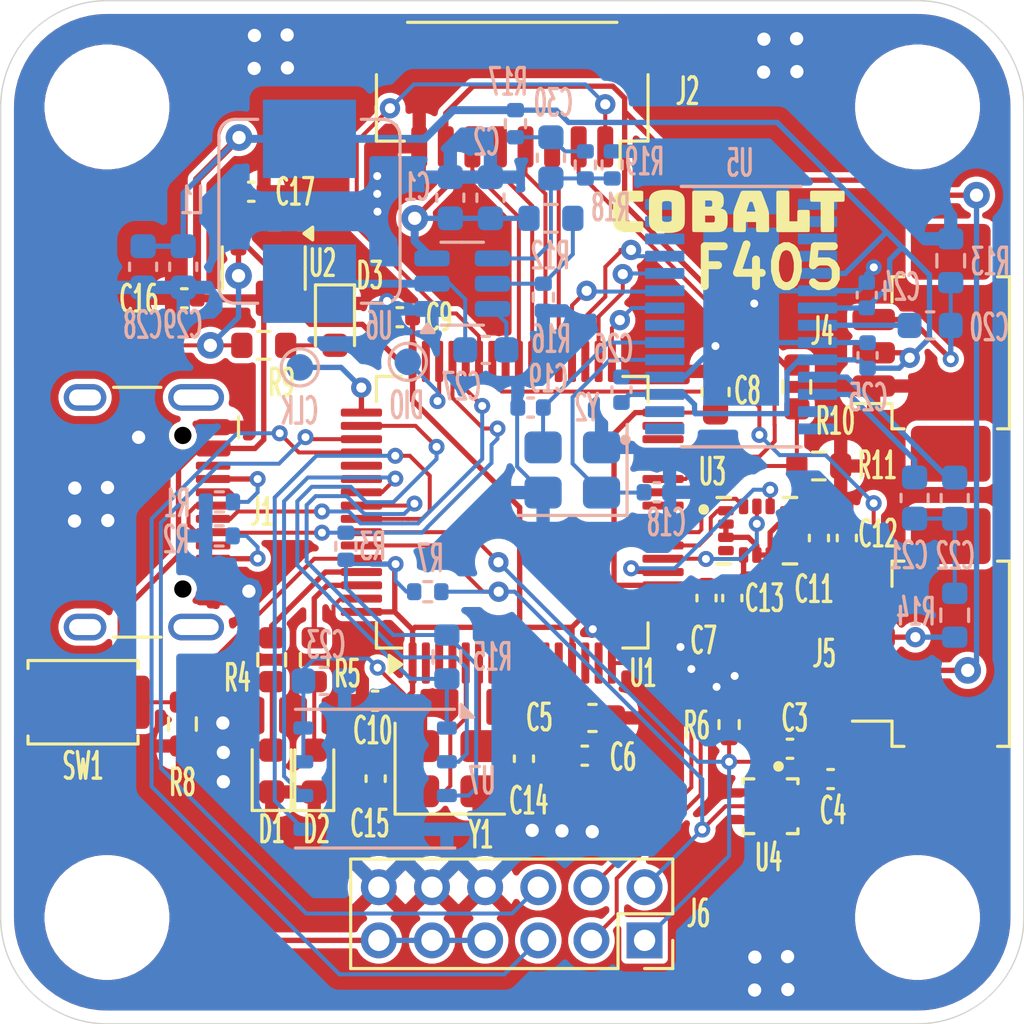
<source format=kicad_pcb>
(kicad_pcb (version 20241229) (generator "pcbnew") (generator_version "9.0")
  (layers (0 "F.Cu" signal) (2 "B.Cu" signal) (13 "F.Paste" user) (15 "B.Paste" user) (5 "F.SilkS" user "F.Silkscreen") (7 "B.SilkS" user "B.Silkscreen") (1 "F.Mask" user) (3 "B.Mask" user) (25 "Edge.Cuts" user))
  (net 0 "")
  (net 1 "+BATT")
  (net 2 "GND")
  (net 3 "+5V")
  (net 4 "+3.3V")
  (net 5 "OSC_OUT")
  (net 6 "OSC_IN")
  (net 7 "CLKIN")
  (net 8 "XFB")
  (net 9 "AV_IN")
  (net 10 "Net-(U5-VIN)")
  (net 11 "Net-(U5-VOUT)")
  (net 12 "Net-(C21-Pad2)")
  (net 13 "Net-(U5-SAG)")
  (net 14 "Net-(D1-A)")
  (net 15 "Net-(D2-A)")
  (net 16 "Net-(D3-A)")
  (net 18 "D-")
  (net 19 "D+")
  (net 20 "Net-(J1-CC1)")
  (net 23 "Net-(J1-CC2)")
  (net 24 "ESC_S1")
  (net 25 "ADC_IN9")
  (net 26 "ESC_S2")
  (net 27 "ESC_TLM")
  (net 28 "ESC_S3")
  (net 29 "ESC_S4")
  (net 30 "I2C1_SCL")
  (net 33 "I2C1_SDA")
  (net 34 "T3")
  (net 37 "R3")
  (net 38 "AV_OUT")
  (net 39 "T1")
  (net 40 "R2")
  (net 41 "T2")
  (net 42 "SWCLK")
  (net 43 "SWDIO")
  (net 44 "LED1")
  (net 45 "LED2")
  (net 46 "BOOT")
  (net 47 "ADC_IN8")
  (net 48 "FLASH_CSN")
  (net 52 "SPI2_SCK")
  (net 56 "SPI3_MISO")
  (net 57 "SPI3_MOSI")
  (net 61 "SPI3_SCK")
  (net 63 "SPI1_MOSI")
  (net 64 "SPI2_MOSI")
  (net 67 "SPI2_MISO")
  (net 69 "SPI1_MISO")
  (net 71 "ICM_CS")
  (net 72 "OSD_CSN")
  (net 75 "SPI1_SCK")
  (net 86 "Net-(U6-BOOT)")
  (net 87 "Net-(U6-SW)")
  (net 88 "Net-(U6-FB)")
  (net 89 "Net-(C30-Pad2)")
  (net 90 "Net-(U6-EN)")
  (footprint "Capacitor_SMD:C_0402_1005Metric" (layer "F.Cu") (at 87.98 64.41)
    (property "Reference" "C6")
    (property "Value" "100nF" (hide yes))
  )
  (footprint "Capacitor_SMD:C_0402_1005Metric" (layer "F.Cu") (at 80.11 65.275 90)
    (property "Reference" "C15")
    (property "Value" "10pF" (hide yes))
  )
  (footprint "LED_SMD:LED_0603_1608Metric" (layer "F.Cu") (at 77.8 64.99 90)
    (property "Reference" "D2")
    (property "Value" "GRE" (hide yes))
  )
  (footprint "Resistor_SMD:R_0603_1608Metric" (layer "F.Cu") (at 72.84 63.22 -90)
    (property "Reference" "R8")
    (property "Value" "10k" (hide yes))
  )
  (footprint "Capacitor_SMD:C_0603_1608Metric" (layer "F.Cu") (at 88.27 62.99)
    (property "Reference" "C5")
    (property "Value" "10uF" (hide yes))
  )
  (footprint "Custom:PQFN50P200X200X80-10N" (layer "F.Cu") (at 94.97 66.3125 -90)
    (property "Reference" "U4")
    (property "Value" "BMP388" (hide yes))
  )
  (footprint "Package_TO_SOT_SMD:SOT-23-3" (layer "F.Cu") (at 75.9 46.0625 -90)
    (property "Reference" "U2")
    (property "Value" "XC6206P332MR" (hide yes))
  )
  (footprint "Resistor_SMD:R_0603_1608Metric" (layer "F.Cu") (at 95.96 50.535 -90)
    (property "Reference" "R10")
    (property "Value" "20k" (hide yes))
  )
  (footprint "Button_Switch_SMD:SW_Push_SPST_NO_Alps_SKRK" (layer "F.Cu") (at 69.1 62.4 180)
    (property "Reference" "SW1")
    (property "Value" "BOOT" (hide yes))
  )
  (footprint "Connector_JST:JST_SH_SM08B-SRSS-TB_1x08-1MP_P1.00mm_Horizontal" (layer "F.Cu") (at 85.25 39.5 180)
    (property "Reference" "J2")
    (property "Value" "ESC" (hide yes))
  )
  (footprint "Capacitor_SMD:C_0402_1005Metric" (layer "F.Cu") (at 80.09 62.34 180)
    (property "Reference" "C10")
    (property "Value" "100nF" (hide yes))
  )
  (footprint "Capacitor_SMD:C_0402_1005Metric" (layer "F.Cu") (at 93.53 58.48 -90)
    (property "Reference" "C13")
    (property "Value" "10nF" (hide yes))
  )
  (footprint "Capacitor_SMD:C_0402_1005Metric" (layer "F.Cu") (at 92.56 58.48 -90)
    (property "Reference" "C7")
    (property "Value" "100nF" (hide yes))
  )
  (footprint "MountingHole:MountingHole_4.3mm_M4_ISO14580" (layer "F.Cu") (at 100.5 70.5)
    (property "Reference" "H4" (hide yes))
    (property "Value" "MountingHole" (hide yes))
  )
  (footprint "Resistor_SMD:R_0603_1608Metric" (layer "F.Cu") (at 77.8 60.8 -90)
    (property "Reference" "R5")
    (property "Value" "1k" (hide yes))
  )
  (footprint "Capacitor_SMD:C_0402_1005Metric" (layer "F.Cu") (at 81.02 47.91 180)
    (property "Reference" "C9")
    (property "Value" "100nF" (hide yes))
  )
  (footprint "MountingHole:MountingHole_4.3mm_M4_ISO14580" (layer "F.Cu") (at 100.5 40)
    (property "Reference" "H2" (hide yes))
    (property "Value" "MountingHole" (hide yes))
  )
  (footprint "Capacitor_SMD:C_0402_1005Metric" (layer "F.Cu") (at 97.23 65.29)
    (property "Reference" "C4")
    (property "Value" "100nF" (hide yes))
  )
  (footprint "Custom:cobalt_logo" (layer "F.Cu") (at 93.410821 43.915394)
    (property "Reference" "G***" (hide yes))
    (property "Value" "LOGO" (hide yes))
  )
  (footprint "Resistor_SMD:R_0603_1608Metric" (layer "F.Cu") (at 76.2 60.8 90)
    (property "Reference" "R4")
    (property "Value" "1k" (hide yes))
  )
  (footprint "MountingHole:MountingHole_4.3mm_M4_ISO14580" (layer "F.Cu") (at 70 70.5)
    (property "Reference" "H3" (hide yes))
    (property "Value" "MountingHole" (hide yes))
  )
  (footprint "Capacitor_SMD:C_0402_1005Metric" (layer "F.Cu") (at 95.7 64.15)
    (property "Reference" "C3")
    (property "Value" "100nF" (hide yes))
  )
  (footprint "Capacitor_SMD:C_0402_1005Metric" (layer "F.Cu") (at 85.69 64.525 -90)
    (property "Reference" "C14")
    (property "Value" "10pF" (hide yes))
  )
  (footprint "Resistor_SMD:R_0603_1608Metric" (layer "F.Cu") (at 75.9 48.97 180)
    (property "Reference" "R9")
    (property "Value" "1k" (hide yes))
  )
  (footprint "Crystal:Crystal_SMD_3225-4Pin_3.2x2.5mm" (layer "F.Cu") (at 82.9 64.9)
    (property "Reference" "Y1")
    (property "Value" "8MHz" (hide yes))
  )
  (footprint "LED_SMD:LED_0603_1608Metric" (layer "F.Cu") (at 76.2 64.9875 90)
    (property "Reference" "D1")
    (property "Value" "BLU" (hide yes))
  )
  (footprint "Capacitor_SMD:C_0402_1005Metric" (layer "F.Cu") (at 75.43 43.19)
    (property "Reference" "C17")
    (property "Value" "1uF" (hide yes))
  )
  (footprint "Connector_Molex:Molex_PicoBlade_53261-0471_1x04-1MP_P1.25mm_Horizontal" (layer "F.Cu") (at 101.25 60.575 90)
    (property "Reference" "J5")
    (property "Value" "VTX" (hide yes))
  )
  (footprint "Connector_Molex:Molex_PicoBlade_53261-0371_1x03-1MP_P1.25mm_Horizontal" (layer "F.Cu") (at 101.25 49.25 90)
    (property "Reference" "J4")
    (property "Value" "CAM" (hide yes))
  )
  (footprint "Capacitor_SMD:C_0402_1005Metric" (layer "F.Cu") (at 96.79 56.22 90)
    (property "Reference" "C11")
    (property "Value" "2.2uF" (hide yes))
  )
  (footprint "Capacitor_SMD:C_0402_1005Metric" (layer "F.Cu") (at 72.91 47.2 180)
    (property "Reference" "C16")
    (property "Value" "1uF" (hide yes))
  )
  (footprint "Resistor_SMD:R_0402_1005Metric" (layer "F.Cu") (at 93.41 63.24 -90)
    (property "Reference" "R6")
    (property "Value" "5.1k" (hide yes))
  )
  (footprint "Connector_USB:USB_C_Receptacle_HCTL_HC-TYPE-C-16P-01A" (layer "F.Cu") (at 70.25 55.25 -90)
    (property "Reference" "J1")
    (property "Value" "USB_C_Receptacle_USB2.0_16P" (hide yes))
  )
  (footprint "Resistor_SMD:R_0603_1608Metric" (layer "F.Cu") (at 96.785 53.51)
    (property "Reference" "R11")
    (property "Value" "1k" (hide yes))
  )
  (footprint "Custom:PQFN50P300X250X97-14N" (layer "F.Cu") (at 94.455 55.945)
    (property "Reference" "U3")
    (property "Value" "ICM-42688-P" (hide yes))
  )
  (footprint "MountingHole:MountingHole_4.3mm_M4_ISO14580" (layer "F.Cu") (at 70 40)
    (property "Reference" "H1" (hide yes))
    (property "Value" "MountingHole" (hide yes))
  )
  (footprint "Connector_PinSocket_2.00mm:PinSocket_2x06_P2.00mm_Vertical" (layer "F.Cu") (at 90.23 71.36 -90)
    (property "Reference" "J6")
    (property "Value" "CON" (hide yes))
  )
  (footprint "Capacitor_SMD:C_0402_1005Metric" (layer "F.Cu") (at 97.84 56.22 90)
    (property "Reference" "C12")
    (property "Value" "100nF" (hide yes))
  )
  (footprint "LED_SMD:LED_0603_1608Metric" (layer "F.Cu") (at 78.58 48.18 -90)
    (property "Reference" "D3")
    (property "Value" "YEL" (hide yes))
  )
  (footprint "Package_QFP:LQFP-64_10x10mm_P0.5mm" (layer "F.Cu") (at 85.25 55.25 90)
    (property "Reference" "U1")
    (property "Value" "STM32F405RGTx" (hide yes))
  )
  (footprint "Capacitor_SMD:C_0603_1608Metric" (layer "F.Cu") (at 92.9 50.725 90)
    (property "Reference" "C8")
    (property "Value" "100nF" (hide yes))
  )
  (footprint "Capacitor_SMD:C_0402_1005Metric" (layer "B.Cu") (at 98.59 47.08 90)
    (property "Reference" "C24")
    (property "Value" "100nF" (hide yes))
  )
  (footprint "Resistor_SMD:R_0402_1005Metric" (layer "B.Cu") (at 85.37 40.63 90)
    (property "Reference" "R17")
    (property "Value" "49.9R" (hide yes))
  )
  (footprint "Crystal:Crystal_SMD_3225-4Pin_3.2x2.5mm" (layer "B.Cu") (at 87.51 53.66 180)
    (property "Reference" "Y2")
    (property "Value" "27Mhz" (hide yes))
  )
  (footprint "Capacitor_SMD:C_0603_1608Metric" (layer "B.Cu") (at 72.87 46.015 -90)
    (property "Reference" "C29")
    (property "Value" "22uF" (hide yes))
  )
  (footprint "Resistor_SMD:R_0402_1005Metric" (layer "B.Cu") (at 89.01 42.18 -90)
    (property "Reference" "R19")
    (property "Value" "13.3k" (hide yes))
  )
  (footprint "Capacitor_SMD:C_0402_1005Metric" (layer "B.Cu") (at 98.62 49.35 90)
    (property "Reference" "C25")
    (property "Value" "100nF" (hide yes))
  )
  (footprint "Capacitor_SMD:C_0603_1608Metric" (layer "B.Cu") (at 71.36 46.015 -90)
    (property "Reference" "C28")
    (property "Value" "22uF" (hide yes))
  )
  (footprint "Resistor_SMD:R_0402_1005Metric" (layer "B.Cu") (at 74.23 54.86 180)
    (property "Reference" "R1")
    (property "Value" "5.1k" (hide yes))
  )
  (footprint "Inductor_SMD:L_Bourns_SRP7028A_7.3x6.6mm" (layer "B.Cu") (at 77.62 43.925 -90)
    (property "Reference" "L1")
    (property "Value" "15uH" (hide yes))
  )
  (footprint "Capacitor_SMD:C_0402_1005Metric" (layer "B.Cu") (at 89.36 50.64 90)
    (property "Reference" "C26")
    (property "Value" "100nF" (hide yes))
  )
  (footprint "Resistor_SMD:R_0402_1005Metric" (layer "B.Cu") (at 82.07 58.24)
    (property "Reference" "R7")
    (property "Value" "5.1k" (hide yes))
  )
  (footprint "Capacitor_SMD:C_0603_1608Metric" (layer "B.Cu") (at 82.92 43.415 90)
    (property "Reference" "C1")
    (property "Value" "10uF" (hide yes))
  )
  (footprint "Custom:SOP65P637X110-28N" (layer "B.Cu") (at 93.8625 47.89)
    (property "Reference" "U5")
    (property "Value" "AT7456E" (hide yes))
  )
  (footprint "TestPoint:TestPoint_Pad_D1.0mm" (layer "B.Cu") (at 81.32 49.59 180)
    (property "Reference" "DIO")
    (property "Value" "SWDIO" (hide yes))
  )
  (footprint "Capacitor_SMD:C_0603_1608Metric" (layer "B.Cu") (at 101.9 54.72 -90)
    (property "Reference" "C22")
    (property "Value" "22uF" (hide yes))
  )
  (footprint "Capacitor_SMD:C_0402_1005Metric" (layer "B.Cu") (at 85.94 51.31 180)
    (property "Reference" "C19")
    (property "Value" "10pF" (hide yes))
  )
  (footprint "Resistor_SMD:R_0603_1608Metric" (layer "B.Cu") (at 101.75 45.785 90)
    (property "Reference" "R13")
    (property "Value" "75R" (hide yes))
  )
  (footprint "Resistor_SMD:R_0603_1608Metric" (layer "B.Cu") (at 101.9 59.125 -90)
    (property "Reference" "R14")
    (property "Value" "75R" (hide yes))
  )
  (footprint "Resistor_SMD:R_0402_1005Metric" (layer "B.Cu") (at 86.42 47.16 -90)
    (property "Reference" "R16")
    (property "Value" "105k" (hide yes))
  )
  (footprint "Package_TO_SOT_SMD:SOT-23-6" (layer "B.Cu") (at 83.3675 46.65)
    (property "Reference" "U6")
    (property "Value" "TPS54202DDC" (hide yes))
  )
  (footprint "Capacitor_SMD:C_0402_1005Metric" (layer "B.Cu") (at 90.69 54.5)
    (property "Reference" "C18")
    (property "Value" "10pF" (hide yes))
  )
  (footprint "Capacitor_SMD:C_0603_1608Metric" (layer "B.Cu") (at 100.975 48.22)
    (property "Reference" "C20")
    (property "Value" "100nF" (hide yes))
  )
  (footprint "Capacitor_SMD:C_0603_1608Metric" (layer "B.Cu") (at 84.255 49.14)
    (property "Reference" "C27")
    (property "Value" "100nF" (hide yes))
  )
  (footprint "Resistor_SMD:R_0603_1608Metric" (layer "B.Cu") (at 82.79 60.695 -90)
    (property "Reference" "R15")
    (property "Value" "10k" (hide yes))
  )
  (footprint "Resistor_SMD:R_0402_1005Metric" (layer "B.Cu") (at 74.22 56.14)
    (property "Reference" "R2")
    (property "Value" "5.1k" (hide yes))
  )
  (footprint "Capacitor_SMD:C_0603_1608Metric" (layer "B.Cu") (at 84.43 43.415 90)
    (property "Reference" "C2")
    (property "Value" "100nF" (hide yes))
  )
  (footprint "Capacitor_SMD:C_0603_1608Metric" (layer "B.Cu") (at 78.165 61.6)
    (property "Reference" "C23")
    (property "Value" "100nF" (hide yes))
  )
  (footprint "Resistor_SMD:R_0402_1005Metric" (layer "B.Cu") (at 88 42.18 90)
    (property "Reference" "R18")
    (property "Value" "100k" (hide yes))
  )
  (footprint "Capacitor_SMD:C_0603_1608Metric" (layer "B.Cu") (at 86.705 41.915 90)
    (property "Reference" "C30")
    (property "Value" "75pF" (hide yes))
  )
  (footprint "TestPoint:TestPoint_Pad_D1.0mm" (layer "B.Cu") (at 77.26 49.8 180)
    (property "Reference" "CLK")
    (property "Value" "SWCLK" (hide yes))
  )
  (footprint "Resistor_SMD:R_0402_1005Metric" (layer "B.Cu") (at 78.99 56.53 -90)
    (property "Reference" "R3")
    (property "Value" "1.5k" (hide yes))
  )
  (footprint "Resistor_SMD:R_0603_1608Metric" (layer "B.Cu") (at 86.705 44.19)
    (property "Reference" "R12")
    (property "Value" "511k" (hide yes))
  )
  (footprint "Package_SON:WSON-8-1EP_6x5mm_P1.27mm_EP3.4x4.3mm" (layer "B.Cu") (at 80.09 65.275 180)
    (property "Reference" "U7")
    (property "Value" "W25Q128JVP" (hide yes))
  )
  (footprint "Capacitor_SMD:C_0603_1608Metric" (layer "B.Cu") (at 100.39 54.715 -90)
    (property "Reference" "C21")
    (property "Value" "22uF" (hide yes))
  )
  (gr_line (start 70 74.5) (end 100.5 74.5) (stroke (width 0.05)) (layer "Edge.Cuts"))
  (gr_arc (start 104.5 70.5) (mid 103.328427 73.328427) (end 100.5 74.5) (stroke (width 0.05)) (layer "Edge.Cuts"))
  (gr_arc (start 70 74.5) (mid 67.171573 73.328427) (end 66 70.5) (stroke (width 0.05)) (layer "Edge.Cuts"))
  (gr_arc (start 66 40) (mid 67.171573 37.171573) (end 70 36) (stroke (width 0.05)) (layer "Edge.Cuts"))
  (gr_line (start 100.5 36) (end 70 36) (stroke (width 0.05)) (layer "Edge.Cuts"))
  (gr_arc (start 100.5 36) (mid 103.328427 37.171573) (end 104.5 40) (stroke (width 0.05)) (layer "Edge.Cuts"))
  (gr_line (start 104.5 70.5) (end 104.5 40) (stroke (width 0.05)) (layer "Edge.Cuts"))
  (gr_line (start 66 40) (end 66 70.5) (stroke (width 0.05)) (layer "Edge.Cuts"))
  (gr_text "F405" (at 91.94 46.94 0) (layer "F.SilkS") (effects (font (size 1.5 1.5) (thickness 0.3) (bold yes)) (justify left bottom)))
  (segment (start 95.512828 49.71) (end 95.96 49.71) (width 0.2) (layer "F.Cu") (net 1))
  (segment (start 89.48 39.665506) (end 89.032494 39.218) (width 0.2) (layer "F.Cu") (net 1))
  (segment (start 102.72 43.32) (end 99.44 43.32) (width 0.2) (layer "F.Cu") (net 1))
  (segment (start 89.48 40.17) (end 89.48 39.665506) (width 0.2) (layer "F.Cu") (net 1))
  (segment (start 83.772 39.218) (end 82.75 40.24) (width 0.2) (layer "F.Cu") (net 1))
  (segment (start 82.75 41.5) (end 82.75 43.02) (width 0.2) (layer "F.Cu") (net 1))
  (segment (start 81.59 44.2) (end 81.58 44.19) (width 0.3) (layer "F.Cu") (net 1))
  (segment (start 98.875 42.755) (end 92.065 42.755) (width 0.2) (layer "F.Cu") (net 1))
  (segment (start 99.44 43.32) (end 98.875 42.755) (width 0.2) (layer "F.Cu") (net 1))
  (segment (start 102.39 61.2) (end 98.85 61.2) (width 0.2) (layer "F.Cu") (net 1))
  (segment (start 89.032494 39.218) (end 83.772 39.218) (width 0.2) (layer "F.Cu") (net 1))
  (segment (start 82.75 43.02) (end 81.58 44.19) (width 0.2) (layer "F.Cu") (net 1))
  (segment (start 89.48 40.17) (end 89.48 43.677172) (width 0.2) (layer "F.Cu") (net 1))
  (segment (start 92.065 42.755) (end 89.48 40.17) (width 0.2) (layer "F.Cu") (net 1))
  (segment (start 82.75 40.24) (end 82.75 41.5) (width 0.2) (layer "F.Cu") (net 1))
  (segment (start 89.48 43.677172) (end 95.512828 49.71) (width 0.2) (layer "F.Cu") (net 1))
  (via (at 102.72 43.32) (size 1) (drill 0.5) (layers "F.Cu" "B.Cu") (net 1))
  (via (at 81.58 44.19) (size 1) (drill 0.5) (layers "F.Cu" "B.Cu") (net 1))
  (via (at 102.39 61.2) (size 1) (drill 0.5) (layers "F.Cu" "B.Cu") (net 1))
  (segment (start 82.92 44.19) (end 81.58 44.19) (width 0.2) (layer "B.Cu") (net 1))
  (segment (start 81.58 44.19) (end 81.58 45.05) (width 0.3) (layer "B.Cu") (net 1))
  (segment (start 102.72 60.87) (end 102.72 43.32) (width 0.2) (layer "B.Cu") (net 1))
  (segment (start 102.39 61.2) (end 102.72 60.87) (width 0.2) (layer "B.Cu") (net 1))
  (segment (start 84.43 44.19) (end 82.92 44.19) (width 0.2) (layer "B.Cu") (net 1))
  (segment (start 84.43 44.19) (end 85.88 44.19) (width 0.2) (layer "B.Cu") (net 1))
  (segment (start 81.58 45.05) (end 82.23 45.7) (width 0.3) (layer "B.Cu") (net 1))
  (segment (start 102.72 43.32) (end 102.99 43.59) (width 0.2) (layer "B.Cu") (net 1))
  (segment (start 78.524 58.777532) (end 78.524 59.545292) (width 0.15) (layer "F.Cu") (net 2))
  (segment (start 94.455 56.513152) (end 94.455 56.86) (width 0.2) (layer "F.Cu") (net 2))
  (segment (start 95.273152 55.695) (end 95.62 55.695) (width 0.2) (layer "F.Cu") (net 2))
  (segment (start 78.524 59.545292) (end 79.61 60.631292) (width 0.15) (layer "F.Cu") (net 2))
  (segment (start 96.23 55.74) (end 96.185 55.695) (width 0.15) (layer "F.Cu") (net 2))
  (segment (start 95.62 55.695) (end 95.62 55.195) (width 0.2) (layer "F.Cu") (net 2))
  (segment (start 78.801532 58.5) (end 78.524 58.777532) (width 0.15) (layer "F.Cu") (net 2))
  (segment (start 96.79 55.74) (end 96.23 55.74) (width 0.15) (layer "F.Cu") (net 2))
  (segment (start 79.575 58.5) (end 78.801532 58.5) (width 0.15) (layer "F.Cu") (net 2))
  (segment (start 94.136848 56.195) (end 94.455 56.513152) (width 0.2) (layer "F.Cu") (net 2))
  (segment (start 79.61 60.631292) (end 79.61 62.34) (width 0.15) (layer "F.Cu") (net 2))
  (segment (start 96.185 55.695) (end 95.62 55.695) (width 0.15) (layer "F.Cu") (net 2))
  (segment (start 94.455 56.86) (end 94.955 56.86) (width 0.2) (layer "F.Cu") (net 2))
  (segment (start 80.54 47.91) (end 80.54 47.3) (width 0.2) (layer "F.Cu") (net 2))
  (segment (start 92.1 58.5) (end 92.56 58.96) (width 0.15) (layer "F.Cu") (net 2))
  (segment (start 90.925 58.5) (end 92.1 58.5) (width 0.15) (layer "F.Cu") (net 2))
  (segment (start 93.29 56.195) (end 94.136848 56.195) (width 0.2) (layer "F.Cu") (net 2))
  (segment (start 94.955 56.013152) (end 95.273152 55.695) (width 0.2) (layer "F.Cu") (net 2))
  (segment (start 94.955 56.86) (end 94.955 56.013152) (width 0.2) (layer "F.Cu") (net 2))
  (segment (start 93.29 55.695) (end 93.29 56.195) (width 0.2) (layer "F.Cu") (net 2))
  (via (at 88.28 59.65) (size 0.6) (drill 0.3) (layers "F.Cu" "B.Cu") (net 2))
  (via (at 94.72 37.45) (size 1) (drill 0.5) (layers "F.Cu" "B.Cu") (net 2))
  (via (at 95.96 38.67) (size 1) (drill 0.5) (layers "F.Cu" "B.Cu") (net 2))
  (via (at 94.37 73.23) (size 1) (drill 0.5) (layers "F.Cu" "B.Cu") (net 2))
  (via (at 94.35625 47.39625) (size 0.6) (drill 0.3) (layers "F.Cu" "B.Cu") (net 2))
  (via (at 91.99 61.15) (size 0.6) (drill 0.3) (layers "F.Cu" "B.Cu") (net 2))
  (via (at 80.17 42.6) (size 0.6) (drill 0.3) (layers "F.Cu" "B.Cu") (net 2))
  (via (at 92.94 61.82) (size 0.6) (drill 0.3) (layers "F.Cu" "B.Cu") (net 2))
  (via (at 87.12 67.24) (size 1) (drill 0.5) (layers "F.Cu" "B.Cu") (net 2))
  (via (at 70.02 54.32) (size 1) (drill 0.5) (layers "F.Cu" "B.Cu") (net 2))
  (via (at 75.54 38.55) (size 1) (drill 0.5) (layers "F.Cu" "B.Cu") (net 2))
  (via (at 94.38 71.99) (size 1) (drill 0.5) (layers "F.Cu" "B.Cu") (net 2))
  (via (at 86 67.22) (size 1) (drill 0.5) (layers "F.Cu" "B.Cu") (net 2))
  (via (at 98.854 46.034527) (size 0.6) (drill 0.3) (layers "F.Cu" "B.Cu") (net 2))
  (via (at 76.79 38.53) (size 1) (drill 0.5) (layers "F.Cu" "B.Cu") (net 2))
  (via (at 95.62 73.21) (size 1) (drill 0.5) (layers "F.Cu" "B.Cu") (net 2))
  (via (at 74.36 63.18) (size 1) (drill 0.5) (layers "F.Cu" "B.Cu") (net 2))
  (via (at 94.71 38.69) (size 1) (drill 0.5) (layers "F.Cu" "B.Cu") (net 2))
  (via (at 80.18 43.94) (size 0.6) (drill 0.3) (layers "F.Cu" "B.Cu") (net 2))
  (via (at 80.17 43.27) (size 0.6) (drill 0.3) (layers "F.Cu" "B.Cu") (net 2))
  (via (at 71.19 52.43) (size 1) (drill 0.5) (layers "F.Cu" "B.Cu") (net 2))
  (via (at 95.95 37.43) (size 1) (drill 0.5) (layers "F.Cu" "B.Cu") (net 2))
  (via (at 68.78 55.58) (size 1) (drill 0.5) (layers "F.Cu" "B.Cu") (net 2))
  (via (at 75.55 37.31) (size 1) (drill 0.5) (layers "F.Cu" "B.Cu") (net 2))
  (via (at 95.61 71.97) (size 1) (drill 0.5) (layers "F.Cu" "B.Cu") (net 2))
  (via (at 76.78 37.29) (size 1) (drill 0.5) (layers "F.Cu" "B.Cu") (net 2))
  (via (at 80.54 47.3) (size 0.6) (drill 0.3) (layers "F.Cu" "B.Cu") (net 2))
  (via (at 93.62 61.41) (size 0.6) (drill 0.3) (layers "F.Cu" "B.Cu") (net 2))
  (via (at 74.38 64.29) (size 1) (drill 0.5) (layers "F.Cu" "B.Cu") (net 2))
  (via (at 68.79 54.34) (size 1) (drill 0.5) (layers "F.Cu" "B.Cu") (net 2))
  (via (at 75.34 58.22) (size 1) (drill 0.5) (layers "F.Cu" "B.Cu") (net 2))
  (via (at 88.26 67.27) (size 1) (drill 0.5) (layers "F.Cu" "B.Cu") (net 2))
  (via (at 70.03 55.56) (size 1) (drill 0.5) (layers "F.Cu" "B.Cu") (net 2))
  (via (at 92.89625 48.99625) (size 0.6) (drill 0.3) (layers "F.Cu" "B.Cu") (net 2))
  (via (at 74.38 65.39) (size 1) (drill 0.5) (layers "F.Cu" "B.Cu") (net 2))
  (via (at 91.58 60.32) (size 0.6) (drill 0.3) (layers "F.Cu" "B.Cu") (net 2))
  (segment (start 91.727499 50.165) (end 92.89625 48.99625) (width 0.2) (layer "B.Cu") (net 2))
  (segment (start 90.9875 50.165) (end 91.727499 50.165) (width 0.2) (layer "B.Cu") (net 2))
  (segment (start 98.59 46.298527) (end 98.854 46.034527) (width 0.2) (layer "B.Cu") (net 2))
  (segment (start 96.7375 46.915) (end 98.275 46.915) (width 0.2) (layer "B.Cu") (net 2))
  (segment (start 85.46 51.31) (end 85.434 51.336) (width 0.15) (layer "B.Cu") (net 2))
  (segment (start 96.7375 46.915) (end 94.8375 46.915) (width 0.2) (layer "B.Cu") (net 2))
  (segment (start 80.84 47.6) (end 80.54 47.3) (width 0.2) (layer "B.Cu") (net 2))
  (segment (start 89.36 50.16) (end 90.9825 50.16) (width 0.2) (layer "B.Cu") (net 2))
  (segment (start 94.35625 47.39625) (end 93.8625 47.89) (width 0.2) (layer "B.Cu") (net 2))
  (segment (start 82.23 47.6) (end 80.84 47.6) (width 0.2) (layer "B.Cu") (net 2))
  (segment (start 90.9825 50.16) (end 90.9875 50.165) (width 0.2) (layer "B.Cu") (net 2))
  (segment (start 94.8375 48.865) (end 93.8625 47.89) (width 0.2) (layer "B.Cu") (net 2))
  (segment (start 96.7375 48.865) (end 98.615 48.865) (width 0.2) (layer "B.Cu") (net 2))
  (segment (start 94.8375 46.915) (end 94.35625 47.39625) (width 0.2) (layer "B.Cu") (net 2))
  (segment (start 96.7375 48.865) (end 94.8375 48.865) (width 0.2) (layer "B.Cu") (net 2))
  (segment (start 98.615 48.865) (end 98.62 48.87) (width 0.2) (layer "B.Cu") (net 2))
  (segment (start 92.89625 48.99625) (end 93.8625 48.029999) (width 0.2) (layer "B.Cu") (net 2))
  (segment (start 93.8625 48.029999) (end 93.8625 47.89) (width 0.2) (layer "B.Cu") (net 2))
  (segment (start 98.275 46.915) (end 98.59 46.6) (width 0.2) (layer "B.Cu") (net 2))
  (segment (start 98.59 46.6) (end 98.59 46.298527) (width 0.2) (layer "B.Cu") (net 2))
  (segment (start 85.434 53.534) (end 86.41 54.51) (width 0.15) (layer "B.Cu") (net 2))
  (segment (start 85.434 51.336) (end 85.434 53.534) (width 0.15) (layer "B.Cu") (net 2))
  (segment (start 70.499 59.077) (end 70.499 65.649) (width 0.2) (layer "F.Cu") (net 3))
  (segment (start 74.97 41.15) (end 73.39 42.73) (width 0.3) (layer "F.Cu") (net 3))
  (segment (start 72.693 53.618176) (end 73.461176 52.85) (width 0.2) (layer "F.Cu") (net 3))
  (segment (start 100.02 49.25) (end 100.207555 49.437555) (width 0.2) (layer "F.Cu") (net 3))
  (segment (start 73.995 52.85) (end 75.57 52.85) (width 0.2) (layer "F.Cu") (net 3))
  (segment (start 73.995 57.65) (end 73.46 57.65) (width 0.2) (layer "F.Cu") (net 3))
  (segment (start 72.693 56.883) (end 70.499 59.077) (width 0.2) (layer "F.Cu") (net 3))
  (segment (start 72.693 56.883) (end 72.693 53.618176) (width 0.2) (layer "F.Cu") (net 3))
  (segment (start 73.461176 52.85) (end 73.995 52.85) (width 0.2) (layer "F.Cu") (net 3))
  (segment (start 76.21 71.36) (end 80.23 71.36) (width 0.2) (layer "F.Cu") (net 3))
  (segment (start 73.39 47.2) (end 75.9 47.2) (width 0.3) (layer "F.Cu") (net 3))
  (segment (start 75.9 52.52) (end 75.9 47.2) (width 0.2) (layer "F.Cu") (net 3))
  (segment (start 75.57 52.85) (end 75.9 52.52) (width 0.2) (layer "F.Cu") (net 3))
  (segment (start 70.499 65.649) (end 76.21 71.36) (width 0.2) (layer "F.Cu") (net 3))
  (segment (start 73.39 42.73) (end 73.39 47.2) (width 0.3) (layer "F.Cu") (net 3))
  (segment (start 73.46 57.65) (end 72.693 56.883) (width 0.2) (layer "F.Cu") (net 3))
  (segment (start 98.85 49.25) (end 100.02 49.25) (width 0.2) (layer "F.Cu") (net 3))
  (via (at 74.97 41.15) (size 1) (drill 0.5) (layers "F.Cu" "B.Cu") (net 3))
  (via (at 100.207555 49.437555) (size 0.762) (drill 0.381) (layers "F.Cu" "B.Cu") (net 3))
  (segment (start 96.7375 47.565) (end 98.585 47.565) (width 0.2) (layer "B.Cu") (net 3))
  (segment (start 99.454 45.746) (end 99.917032 45.282968) (width 0.2) (layer "B.Cu") (net 3))
  (segment (start 92.11 51.197501) (end 92.11 51.5145) (width 0.2) (layer "B.Cu") (net 3))
  (segment (start 75.02 41.2) (end 74.97 41.15) (width 0.3) (layer "B.Cu") (net 3))
  (segment (start 72.87 45.24) (end 72.87 43.25) (width 0.2) (layer "B.Cu") (net 3))
  (segment (start 96.7375 49.515) (end 98.305 49.515) (width 0.2) (layer "B.Cu") (net 3))
  (segment (start 95.216064 40.582) (end 87.37211 40.582) (width 0.2) (layer "B.Cu") (net 3))
  (segment (start 98.62 49.83) (end 99.81511 49.83) (width 0.2) (layer "B.Cu") (net 3))
  (segment (start 95.5885 49.971922) (end 96.045422 49.515) (width 0.2) (layer "B.Cu") (net 3))
  (segment (start 100.207555 49.437555) (end 100.951 48.69411) (width 0.2) (layer "B.Cu") (net 3))
  (segment (start 100.951 48.69411) (end 100.951 46.316936) (width 0.2) (layer "B.Cu") (net 3))
  (segment (start 96.045422 49.515) (end 96.7375 49.515) (width 0.2) (layer "B.Cu") (net 3))
  (segment (start 95.5885 51.541) (end 95.5885 49.971922) (width 0.2) (layer "B.Cu") (net 3))
  (segment (start 83.03 40.12) (end 85.37 40.12) (width 0.3) (layer "B.Cu") (net 3))
  (segment (start 100.951 46.316936) (end 99.917032 45.282968) (width 0.2) (layer "B.Cu") (net 3))
  (segment (start 92.11 51.5145) (end 92.1365 51.541) (width 0.2) (layer "B.Cu") (net 3))
  (segment (start 99.917032 45.282968) (end 99.337032 44.702968) (width 0.2) (layer "B.Cu") (net 3))
  (segment (start 91.727499 50.815) (end 92.11 51.197501) (width 0.2) (layer "B.Cu") (net 3))
  (segment (start 71.36 45.24) (end 72.87 45.24) (width 0.2) (layer "B.Cu") (net 3))
  (segment (start 80.23 71.36) (end 82.23 71.36) (width 0.2) (layer "B.Cu") (net 3))
  (segment (start 98.305 49.515) (end 98.62 49.83) (width 0.2) (layer "B.Cu") (net 3))
  (segment (start 72.87 43.25) (end 74.97 41.15) (width 0.2) (layer "B.Cu") (net 3))
  (segment (start 97.775 46.265) (end 99.337032 44.702968) (width 0.2) (layer "B.Cu") (net 3))
  (segment (start 87.37211 40.582) (end 86.91011 40.12) (width 0.2) (layer "B.Cu") (net 3))
  (segment (start 92.1365 51.541) (end 95.5885 51.541) (width 0.2) (layer "B.Cu") (net 3))
  (segment (start 96.7375 46.265) (end 97.775 46.265) (width 0.2) (layer "B.Cu") (net 3))
  (segment (start 99.337032 44.702968) (end 95.216064 40.582) (width 0.2) (layer "B.Cu") (net 3))
  (segment (start 86.91011 40.12) (end 85.37 40.12) (width 0.2) (layer "B.Cu") (net 3))
  (segment (start 89.665 50.815) (end 89.36 51.12) (width 0.2) (layer "B.Cu") (net 3))
  (segment (start 90.9875 50.815) (end 91.727499 50.815) (width 0.2) (layer "B.Cu") (net 3))
  (segment (start 98.585 47.565) (end 98.59 47.56) (width 0.2) (layer "B.Cu") (net 3))
  (segment (start 81.95 41.2) (end 83.03 40.12) (width 0.3) (layer "B.Cu") (net 3))
  (segment (start 99.454 46.696) (end 99.454 45.746) (width 0.2) (layer "B.Cu") (net 3))
  (segment (start 98.59 47.56) (end 99.454 46.696) (width 0.2) (layer "B.Cu") (net 3))
  (segment (start 77.62 41.2) (end 75.02 41.2) (width 0.3) (layer "B.Cu") (net 3))
  (segment (start 77.62 41.2) (end 81.95 41.2) (width 0.3) (layer "B.Cu") (net 3))
  (segment (start 82.23 71.36) (end 84.23 71.36) (width 0.2) (layer "B.Cu") (net 3))
  (segment (start 90.9875 50.815) (end 89.665 50.815) (width 0.2) (layer "B.Cu") (net 3))
  (segment (start 99.81511 49.83) (end 100.207555 49.437555) (width 0.2) (layer "B.Cu") (net 3))
  (segment (start 95.4075 65.8125) (end 94.72 66.5) (width 0.15) (layer "F.Cu") (net 4))
  (segment (start 81.5 60.925) (end 81.5 62.01) (width 0.2) (layer "F.Cu") (net 4))
  (segment (start 96.2275 65.8125) (end 96.75 65.29) (width 0.15) (layer "F.Cu") (net 4))
  (segment (start 95.4075 65.8125) (end 95.735 65.8125) (width 0.15) (layer "F.Cu") (net 4))
  (segment (start 93.955 57.575) (end 93.53 58) (width 0.2) (layer "F.Cu") (net 4))
  (segment (start 73.89 48.97) (end 75.075 48.97) (width 0.15) (layer "F.Cu") (net 4))
  (segment (start 95.22 65.5475) (end 95.22 64.15) (width 0.15) (layer "F.Cu") (net 4))
  (segment (start 80.83 59) (end 80.83 57.23) (width 0.2) (layer "F.Cu") (net 4))
  (segment (start 95.735 65.8125) (end 96.2275 65.8125) (width 0.15) (layer "F.Cu") (net 4))
  (segment (start 89.08 52.3) (end 89.88 51.5) (width 0.2) (layer "F.Cu") (net 4))
  (segment (start 67.916 48.97) (end 67 49.886) (width 0.15) (layer "F.Cu") (net 4))
  (segment (start 81.17 62.34) (end 80.57 62.34) (width 0.2) (layer "F.Cu") (net 4))
  (segment (start 87.495 64.405) (end 87.5 64.41) (width 0.2) (layer "F.Cu") (net 4))
  (segment (start 74.95 44.925) (end 74.95 43.19) (width 0.2) (layer "F.Cu") (net 4))
  (segment (start 80.83 59) (end 81.5 59.67) (width 0.2) (layer "F.Cu") (net 4))
  (segment (start 87.5 59.58) (end 89.08 58) (width 0.2) (layer "F.Cu") (net 4))
  (segment (start 92.56 58) (end 93.53 58) (width 0.2) (layer "F.Cu") (net 4))
  (segment (start 95.4075 65.8125) (end 95.22 65.625) (width 0.15) (layer "F.Cu") (net 4))
  (segment (start 93.41 62.59) (end 94.34 61.66) (width 0.15) (layer "F.Cu") (net 4))
  (segment (start 81.5 59.67) (end 81.5 60.925) (width 0.2) (layer "F.Cu") (net 4))
  (segment (start 94.72 66.5) (end 94.72 67.0775) (width 0.15) (layer "F.Cu") (net 4))
  (segment (start 90.925 51.5) (end 92.9 51.5) (width 0.15) (layer "F.Cu") (net 4))
  (segment (start 87.495 62.99) (end 87.495 64.405) (width 0.2) (layer "F.Cu") (net 4))
  (segment (start 87.5 60.925) (end 87.5 59.58) (width 0.2) (layer "F.Cu") (net 4))
  (segment (start 81.59 59.58) (end 81.5 59.67) (width 0.2) (layer "F.Cu") (net 4))
  (segment (start 96.785 56.695) (end 96.79 56.7) (width 0.15) (layer "F.Cu") (net 4))
  (segment (start 77.11 47.64) (end 77.65 48.18) (width 0.2) (layer "F.Cu") (net 4))
  (segment (start 85.53 59.58) (end 81.59 59.58) (width 0.2) (layer "F.Cu") (net 4))
  (segment (start 95.22 64.15) (end 95.22 62.54) (width 0.15) (layer "F.Cu") (net 4))
  (segment (start 95.62 57.041848) (end 95.62 56.695) (width 0.2) (layer "F.Cu") (net 4))
  (segment (start 74.95 44.925) (end 77.11 47.085) (width 0.2) (layer "F.Cu") (net 4))
  (segment (start 89.08 56.71) (end 89.08 52.3) (width 0.2) (layer "F.Cu") (net 4))
  (segment (start 67 49.886) (end 67 62.4) (width 0.15) (layer "F.Cu") (net 4))
  (segment (start 81.17 62.083174) (end 81.17 62.34) (width 0.15) (layer "F.Cu") (net 4))
  (segment (start 93.955 57.575) (end 95.086848 57.575) (width 0.2) (layer "F.Cu") (net 4))
  (segment (start 80.185 61.098172) (end 80.185 61.098174) (width 0.15) (layer "F.Cu") (net 4))
  (segment (start 97.84 56.7) (end 96.79 56.7) (width 0.15) (layer "F.Cu") (net 4))
  (segment (start 81.5 62.01) (end 81.17 62.34) (width 0.2) (layer "F.Cu") (net 4))
  (segment (start 95.22 62.54) (end 94.34 61.66) (width 0.15) (layer "F.Cu") (net 4))
  (segment (start 93.955 56.86) (end 93.955 57.575) (width 0.2) (layer "F.Cu") (net 4))
  (segment (start 94.34 57.96) (end 93.955 57.575) (width 0.15) (layer "F.Cu") (net 4))
  (segment (start 93.41 62.73) (end 93.41 62.59) (width 0.15) (layer "F.Cu") (net 4))
  (segment (start 80.185 61.098174) (end 81.17 62.083174) (width 0.15) (layer "F.Cu") (net 4))
  (segment (start 89.08 56.71) (end 89.08 58) (width 0.2) (layer "F.Cu") (net 4))
  (segment (start 74.95 44.925) (end 74.95 46.35) (width 0.2) (layer "F.Cu") (net 4))
  (segment (start 81.5 47.91) (end 81.5 49.575) (width 0.2) (layer "F.Cu") (net 4))
  (segment (start 85.53 55.06806) (end 85.53 59.58) (width 0.2) (layer "F.Cu") (net 4))
  (segment (start 81.5 51.03806) (end 85.53 55.06806) (width 0.2) (layer "F.Cu") (net 4))
  (segment (start 95.086848 57.575) (end 95.62 57.041848) (width 0.2) (layer "F.Cu") (net 4))
  (segment (start 77.65 48.18) (end 79.61 48.18) (width 0.2) (layer "F.Cu") (net 4))
  (segment (start 89.88 51.5) (end 90.925 51.5) (width 0.2) (layer "F.Cu") (net 4))
  (segment (start 90.925 58) (end 92.56 58) (width 0.2) (layer "F.Cu") (net 4))
  (segment (start 81.5 49.575) (end 81.5 51.03806) (width 0.2) (layer "F.Cu") (net 4))
  (segment (start 67.916 48.97) (end 73.89 48.97) (width 0.15) (layer "F.Cu") (net 4))
  (segment (start 95.62 56.695) (end 96.785 56.695) (width 0.15) (layer "F.Cu") (net 4))
  (segment (start 95.22 65.625) (end 95.22 65.5475) (width 0.15) (layer "F.Cu") (net 4))
  (segment (start 80.83 57.23) (end 80.86 57.2) (width 0.2) (layer "F.Cu") (net 4))
  (segment (start 89.08 58) (end 90.925 58) (width 0.2) (layer "F.Cu") (net 4))
  (segment (start 79.575 59) (end 80.83 59) (width 0.2) (layer "F.Cu") (net 4))
  (segment (start 79.61 48.18) (end 81.005 49.575) (width 0.2) (layer "F.Cu") (net 4))
  (segment (start 87.5 62.985) (end 87.495 62.99) (width 0.2) (layer "F.Cu") (net 4))
  (segment (start 87.5 60.925) (end 87.5 62.985) (width 0.2) (layer "F.Cu") (net 4))
  (segment (start 77.11 47.085) (end 77.11 47.64) (width 0.2) (layer "F.Cu") (net 4))
  (segment (start 81.005 49.575) (end 81.5 49.575) (width 0.2) (layer "F.Cu") (net 4))
  (segment (start 85.53 59.58) (end 87.5 59.58) (width 0.2) (layer "F.Cu") (net 4))
  (segment (start 94.34 61.66) (end 94.34 57.96) (width 0.15) (layer "F.Cu") (net 4))
  (via (at 80.86 57.2) (size 0.6) (drill 0.3) (layers "F.Cu" "B.Cu") (net 4))
  (via (at 74.95 46.35) (size 1) (drill 0.5) (layers "F.Cu" "B.Cu") (net 4))
  (via (at 73.89 48.97) (size 1) (drill 0.5) (layers "F.Cu" "B.Cu") (net 4))
  (via (at 80.185 61.098172) (size 0.6) (drill 0.3) (layers "F.Cu" "B.Cu") (net 4))
  (segment (start 80.86 57.83) (end 80.86 57.2) (width 0.15) (layer "B.Cu") (net 4))
  (segment (start 74.95 47.91) (end 73.89 48.97) (width 0.2) (layer "B.Cu") (net 4))
  (segment (start 83.61 65.91) (end 82.79 65.91) (width 0.15) (layer "B.Cu") (net 4))
  (segment (start 80.184998 61.098172) (end 79.846826 60.76) (width 0.15) (layer "B.Cu") (net 4))
  (segment (start 81.27 58.24) (end 80.86 57.83) (width 0.15) (layer "B.Cu") (net 4))
  (segment (start 81.56 58.24) (end 81.27 58.24) (width 0.15) (layer "B.Cu") (net 4))
  (segment (start 79.846826 60.76) (end 77.8 60.76) (width 0.15) (layer "B.Cu") (net 4))
  (segment (start 80.86 57.2) (end 79.97 57.2) (width 0.2) (layer "B.Cu") (net 4))
  (segment (start 80.185 61.098172) (end 80.184998 61.098172) (width 0.15) (layer "B.Cu") (net 4))
  (segment (start 83.892 65.628) (end 83.61 65.91) (width 0.15) (layer "B.Cu") (net 4))
  (segment (start 79.15 57.2) (end 79.97 57.2) (width 0.15) (layer "B.Cu") (net 4))
  (segment (start 82.79 59.87) (end 83.892 60.972) (width 0.15) (layer "B.Cu") (net 4))
  (segment (start 78.99 57.04) (end 78.99 58.082194) (width 0.15) (layer "B.Cu") (net 4))
  (segment (start 77.39 64.64) (end 77.39 63.37) (width 0.15) (layer "B.Cu") (net 4))
  (segment (start 80.777806 59.87) (end 82.79 59.87) (width 0.15) (layer "B.Cu") (net 4))
  (segment (start 78.99 58.082194) (end 80.777806 59.87) (width 0.15) (layer "B.Cu") (net 4))
  (segment (start 78.99 57.04) (end 79.15 57.2) (width 0.15) (layer "B.Cu") (net 4))
  (segment (start 77.8 60.76) (end 77.39 61.17) (width 0.15) (layer "B.Cu") (net 4))
  (segment (start 77.39 61.6) (end 77.39 63.37) (width 0.15) (layer "B.Cu") (net 4))
  (segment (start 83.892 60.972) (end 83.892 65.628) (width 0.15) (layer "B.Cu") (net 4))
  (segment (start 74.95 46.35) (end 74.95 47.91) (width 0.2) (layer "B.Cu") (net 4))
  (segment (start 77.39 61.17) (end 77.39 61.6) (width 0.15) (layer "B.Cu") (net 4))
  (segment (start 84 64.05) (end 85.685 64.05) (width 0.15) (layer "F.Cu") (net 5))
  (segment (start 85.685 64.05) (end 85.69 64.045) (width 0.15) (layer "F.Cu") (net 5))
  (segment (start 84 60.925) (end 84 64.05) (width 0.15) (layer "F.Cu") (net 5))
  (segment (start 82.92 63.579196) (end 82.92 65.55) (width 0.15) (layer "F.Cu") (net 6))
  (segment (start 80.11 65.755) (end 81.795 65.755) (width 0.15) (layer "F.Cu") (net 6))
  (segment (start 82.72 65.75) (end 81.8 65.75) (width 0.15) (layer "F.Cu") (net 6))
  (segment (start 81.795 65.755) (end 81.8 65.75) (width 0.15) (layer "F.Cu") (net 6))
  (segment (start 83.5 60.925) (end 83.5 62.999196) (width 0.15) (layer "F.Cu") (net 6))
  (segment (start 82.92 65.55) (end 82.72 65.75) (width 0.15) (layer "F.Cu") (net 6))
  (segment (start 83.5 62.999196) (end 82.92 63.579196) (width 0.15) (layer "F.Cu") (net 6))
  (segment (start 90.2 54.51) (end 90.21 54.5) (width 0.15) (layer "B.Cu") (net 7))
  (segment (start 88.61 54.51) (end 90.2 54.51) (width 0.15) (layer "B.Cu") (net 7))
  (segment (start 88.61 54.51) (end 87.52 53.42) (width 0.15) (layer "B.Cu") (net 7))
  (segment (start 88.925 49.515) (end 90.9875 49.515) (width 0.15) (layer "B.Cu") (net 7))
  (segment (start 87.52 53.42) (end 87.52 50.92) (width 0.15) (layer "B.Cu") (net 7))
  (segment (start 87.52 50.92) (end 88.925 49.515) (width 0.15) (layer "B.Cu") (net 7))
  (segment (start 86.41 51.32) (end 86.42 51.31) (width 0.15) (layer "B.Cu") (net 8))
  (segment (start 86.42 51.31) (end 88.865 48.865) (width 0.15) (layer "B.Cu") (net 8))
  (segment (start 86.41 52.81) (end 86.41 51.32) (width 0.15) (layer "B.Cu") (net 8))
  (segment (start 88.865 48.865) (end 90.9875 48.865) (width 0.15) (layer "B.Cu") (net 8))
  (segment (start 98.85 48) (end 100.26 48) (width 0.2) (layer "F.Cu") (net 9))
  (segment (start 100.26 48) (end 101.75 49.49) (width 0.2) (layer "F.Cu") (net 9))
  (via (at 101.75 49.49) (size 0.6) (drill 0.3) (layers "F.Cu" "B.Cu") (net 9))
  (segment (start 101.75 49.49) (end 101.75 48.22) (width 0.2) (layer "B.Cu") (net 9))
  (segment (start 101.75 46.61) (end 101.75 48.22) (width 0.15) (layer "B.Cu") (net 9))
  (segment (start 96.7375 48.215) (end 100.195 48.215) (width 0.2) (layer "B.Cu") (net 10))
  (segment (start 100.195 48.215) (end 100.2 48.22) (width 0.2) (layer "B.Cu") (net 10))
  (segment (start 97.92301 50.815) (end 100.39 53.28199) (width 0.2) (layer "B.Cu") (net 11))
  (segment (start 100.39 53.28199) (end 100.39 53.94) (width 0.2) (layer "B.Cu") (net 11))
  (segment (start 96.7375 50.815) (end 97.92301 50.815) (width 0.2) (layer "B.Cu") (net 11))
  (segment (start 101.84 55.49) (end 100.39 55.49) (width 0.15) (layer "B.Cu") (net 12))
  (segment (start 101.845 55.495) (end 101.84 55.49) (width 0.15) (layer "B.Cu") (net 12))
  (segment (start 101.9 55.495) (end 101.9 58.3) (width 0.15) (layer "B.Cu") (net 12))
  (segment (start 101.9 55.495) (end 101.845 55.495) (width 0.15) (layer "B.Cu") (net 12))
  (segment (start 96.7375 50.165) (end 97.84011 50.165) (width 0.2) (layer "B.Cu") (net 13))
  (segment (start 97.84011 50.165) (end 101.62011 53.945) (width 0.2) (layer "B.Cu") (net 13))
  (segment (start 101.62011 53.945) (end 101.9 53.945) (width 0.2) (layer "B.Cu") (net 13))
  (segment (start 76.2 61.625) (end 76.2 64.2) (width 0.15) (layer "F.Cu") (net 14))
  (segment (start 77.8 64.2025) (end 77.8 61.625) (width 0.15) (layer "F.Cu") (net 15))
  (segment (start 76.725 48.97) (end 78.5775 48.97) (width 0.15) (layer "F.Cu") (net 16))
  (segment (start 78.5775 48.97) (end 78.58 48.9675) (width 0.15) (layer "F.Cu") (net 16))
  (segment (start 74.921 55.222468) (end 74.643468 55.5) (width 0.15) (layer "F.Cu") (net 18))
  (segment (start 73.995 54.5) (end 74.644999 54.5) (width 0.15) (layer "F.Cu") (net 18))
  (segment (start 84.12 51.25) (end 83.5 50.63) (width 0.15) (layer "F.Cu") (net 18))
  (segment (start 74.644999 54.5) (end 74.921 54.776001) (width 0.15) (layer "F.Cu") (net 18))
  (segment (start 74.921 54.776001) (end 74.921 55.222468) (width 0.15) (layer "F.Cu") (net 18))
  (segment (start 74.643468 55.5) (end 73.995 55.5) (width 0.15) (layer "F.Cu") (net 18))
  (segment (start 83.5 50.63) (end 83.5 49.575) (width 0.15) (layer "F.Cu") (net 18))
  (segment (start 78.087532 55.222468) (end 78.09 55.22) (width 0.15) (layer "F.Cu") (net 18))
  (segment (start 74.921 55.222468) (end 78.087532 55.222468) (width 0.15) (layer "F.Cu") (net 18))
  (via (at 78.09 55.22) (size 0.6) (drill 0.3) (layers "F.Cu" "B.Cu") (net 18))
  (via (at 84.12 51.25) (size 0.6) (drill 0.3) (layers "F.Cu" "B.Cu") (net 18))
  (segment (start 84.12 51.25) (end 84.12 53.250412) (width 0.15) (layer "B.Cu") (net 18))
  (segment (start 84.12 53.250412) (end 81.711 55.659412) (width 0.15) (layer "B.Cu") (net 18))
  (segment (start 78.09 55.22) (end 79.094984 55.22) (width 0.15) (layer "B.Cu") (net 18))
  (segment (start 81.711 55.669) (end 81.104612 55.669) (width 0.15) (layer "B.Cu") (net 18))
  (segment (start 81.104612 55.669) (end 81.106806 55.666806) (width 0.15) (layer "B.Cu") (net 18))
  (segment (start 81.711 55.659412) (end 81.711 55.669) (width 0.15) (layer "B.Cu") (net 18))
  (segment (start 79.543984 55.669) (end 81.104612 55.669) (width 0.15) (layer "B.Cu") (net 18))
  (segment (start 79.094984 55.22) (end 79.543984 55.669) (width 0.15) (layer "B.Cu") (net 18))
  (segment (start 73.995 56) (end 74.015003 56.020003) (width 0.15) (layer "F.Cu") (net 19))
  (segment (start 73.995 56) (end 73.345001 56) (width 0.15) (layer "F.Cu") (net 19))
  (segment (start 83 49.575) (end 83 50.944588) (width 0.15) (layer "F.Cu") (net 19))
  (segment (start 74.015003 56.020003) (end 78.09 56.020003) (width 0.15) (layer "F.Cu") (net 19))
  (segment (start 73.069 55.277532) (end 73.346532 55) (width 0.15) (layer "F.Cu") (net 19))
  (segment (start 73.069 55.723999) (end 73.069 55.277532) (width 0.15) (layer "F.Cu") (net 19))
  (segment (start 83 50.944588) (end 84.155412 52.1) (width 0.15) (layer "F.Cu") (net 19))
  (segment (start 73.346532 55) (end 73.995 55) (width 0.15) (layer "F.Cu") (net 19))
  (segment (start 84.155412 52.1) (end 84.695 52.1) (width 0.15) (layer "F.Cu") (net 19))
  (segment (start 73.345001 56) (end 73.069 55.723999) (width 0.15) (layer "F.Cu") (net 19))
  (via (at 78.09 56.020003) (size 0.6) (drill 0.3) (layers "F.Cu" "B.Cu") (net 19))
  (via (at 84.695 52.1) (size 0.6) (drill 0.3) (layers "F.Cu" "B.Cu") (net 19))
  (segment (start 78.09 56.020003) (end 78.989997 56.020003) (width 0.15) (layer "B.Cu") (net 19))
  (segment (start 84.471 53.395801) (end 82.062 55.8048) (width 0.15) (layer "B.Cu") (net 19))
  (segment (start 84.471 52.714) (end 84.471 53.395801) (width 0.15) (layer "B.Cu") (net 19))
  (segment (start 84.695 52.49) (end 84.471 52.714) (width 0.15) (layer "B.Cu") (net 19))
  (segment (start 82.062 55.814389) (end 81.856389 56.02) (width 0.15) (layer "B.Cu") (net 19))
  (segment (start 78.989997 56.020003) (end 78.99 56.02) (width 0.15) (layer "B.Cu") (net 19))
  (segment (start 84.695 52.1) (end 84.695 52.49) (width 0.15) (layer "B.Cu") (net 19))
  (segment (start 81.856389 56.02) (end 78.99 56.02) (width 0.15) (layer "B.Cu") (net 19))
  (segment (start 82.062 55.8048) (end 82.062 55.814389) (width 0.15) (layer "B.Cu") (net 19))
  (segment (start 73.995 54) (end 75.67 54) (width 0.2) (layer "F.Cu") (net 20))
  (via (at 75.67 54) (size 0.6) (drill 0.3) (layers "F.Cu" "B.Cu") (net 20))
  (segment (start 75.67 54.5) (end 75.67 54) (width 0.15) (layer "B.Cu") (net 20))
  (segment (start 74.74 54.86) (end 75.31 54.86) (width 0.15) (layer "B.Cu") (net 20))
  (segment (start 75.31 54.86) (end 75.67 54.5) (width 0.15) (layer "B.Cu") (net 20))
  (segment (start 75.66 57) (end 75.67 56.99) (width 0.2) (layer "F.Cu") (net 23))
  (segment (start 73.995 57) (end 75.66 57) (width 0.2) (layer "F.Cu") (net 23))
  (via (at 75.67 56.99) (size 0.6) (drill 0.3) (layers "F.Cu" "B.Cu") (net 23))
  (segment (start 75.25 56.14) (end 75.67 56.56) (width 0.15) (layer "B.Cu") (net 23))
  (segment (start 74.73 56.14) (end 75.25 56.14) (width 0.15) (layer "B.Cu") (net 23))
  (segment (start 75.67 56.56) (end 75.67 56.99) (width 0.15) (layer "B.Cu") (net 23))
  (segment (start 84.166854 42.813146) (end 85.5 44.146292) (width 0.15) (layer "F.Cu") (net 24))
  (segment (start 83.75 41.5) (end 83.75 42.396292) (width 0.15) (layer "F.Cu") (net 24))
  (segment (start 85.5 44.146292) (end 85.5 49.575) (width 0.15) (layer "F.Cu") (net 24))
  (segment (start 83.75 42.396292) (end 84.166854 42.813146) (width 0.15) (layer "F.Cu") (net 24))
  (segment (start 90.925 54) (end 91.773612 54) (width 0.15) (layer "F.Cu") (net 25))
  (segment (start 91.773612 54) (end 92.614612 53.159) (width 0.15) (layer "F.Cu") (net 25))
  (segment (start 92.614612 53.159) (end 94.545588 53.159) (width 0.15) (layer "F.Cu") (net 25))
  (segment (start 95.12 51.95) (end 95.12 49.848916) (width 0.15) (layer "F.Cu") (net 25))
  (segment (start 87.75 42.478916) (end 87.75 41.5) (width 0.15) (layer "F.Cu") (net 25))
  (segment (start 95.12 49.848916) (end 87.75 42.478916) (width 0.15) (layer "F.Cu") (net 25))
  (segment (start 95.126 51.956) (end 95.12 51.95) (width 0.15) (layer "F.Cu") (net 25))
  (segment (start 95.126 52.578588) (end 95.126 51.956) (width 0.15) (layer "F.Cu") (net 25))
  (segment (start 94.545588 53.159) (end 95.126 52.578588) (width 0.15) (layer "F.Cu") (net 25))
  (segment (start 84.75 42.47) (end 86 43.72) (width 0.15) (layer "F.Cu") (net 26))
  (segment (start 84.75 41.5) (end 84.75 42.47) (width 0.15) (layer "F.Cu") (net 26))
  (segment (start 86 43.72) (end 86 49.575) (width 0.15) (layer "F.Cu") (net 26))
  (segment (start 88.75 39.9) (end 88.75 41.5) (width 0.15) (layer "F.Cu") (net 27))
  (segment (start 79.4 41.3) (end 79.4 44.518708) (width 0.15) (layer "F.Cu") (net 27))
  (segment (start 84 48.627806) (end 84 49.575) (width 0.15) (layer "F.Cu") (net 27))
  (segment (start 80.65 40.05) (end 79.4 41.3) (width 0.15) (layer "F.Cu") (net 27))
  (segment (start 82.651292 47.77) (end 83.142194 47.77) (width 0.15) (layer "F.Cu") (net 27))
  (segment (start 79.4 44.518708) (end 82.651292 47.77) (width 0.15) (layer "F.Cu") (net 27))
  (segment (start 83.142194 47.77) (end 84 48.627806) (width 0.15) (layer "F.Cu") (net 27))
  (via (at 80.65 40.05) (size 0.762) (drill 0.381) (layers "F.Cu" "B.Cu") (net 27))
  (via (at 88.75 39.9) (size 0.762) (drill 0.381) (layers "F.Cu" "B.Cu") (net 27))
  (segment (start 88 39.15) (end 88.75 39.9) (width 0.15) (layer "B.Cu") (net 27))
  (segment (start 81.55 39.15) (end 88 39.15) (width 0.15) (layer "B.Cu") (net 27))
  (segment (start 80.65 40.05) (end 81.55 39.15) (width 0.15) (layer "B.Cu") (net 27))
  (segment (start 85.75 42.52) (end 86.5 43.27) (width 0.15) (layer "F.Cu") (net 28))
  (segment (start 85.75 41.5) (end 85.75 42.52) (width 0.15) (layer "F.Cu") (net 28))
  (segment (start 86.5 43.27) (end 86.5 49.575) (width 0.15) (layer "F.Cu") (net 28))
  (segment (start 87 42.89) (end 87 49.575) (width 0.15) (layer "F.Cu") (net 29))
  (segment (start 86.75 42.64) (end 87 42.89) (width 0.15) (layer "F.Cu") (net 29))
  (segment (start 86.75 41.5) (end 86.75 42.64) (width 0.15) (layer "F.Cu") (net 29))
  (segment (start 83.6 56) (end 84.73 57.13) (width 0.15) (layer "F.Cu") (net 30))
  (segment (start 82.8 56) (end 83.319433 56) (width 0.15) (layer "F.Cu") (net 30))
  (segment (start 93.41 63.75) (end 93.41 64.64) (width 0.15) (layer "F.Cu") (net 30))
  (segment (start 94.72 65.5475) (end 94.72 65.11) (width 0.15) (layer "F.Cu") (net 30))
  (segment (start 94.25 64.64) (end 93.41 64.64) (width 0.15) (layer "F.Cu") (net 30))
  (segment (start 83.319433 56) (end 83.6 56) (width 0.15) (layer "F.Cu") (net 30))
  (segment (start 79.575 56) (end 82.8 56) (width 0.15) (layer "F.Cu") (net 30))
  (segment (start 94.72 65.11) (end 94.25 64.64) (width 0.15) (layer "F.Cu") (net 30))
  (via (at 93.41 64.64) (size 0.6) (drill 0.3) (layers "F.Cu" "B.Cu") (net 30))
  (via (at 84.73 57.13) (size 0.762) (drill 0.381) (layers "F.Cu" "B.Cu") (net 30))
  (segment (start 93.41 64.64) (end 93.41 68.18) (width 0.15) (layer "B.Cu") (net 30))
  (segment (start 92.24 64.64) (end 93.41 64.64) (width 0.15) (layer "B.Cu") (net 30))
  (segment (start 84.73 57.13) (end 92.24 64.64) (width 0.15) (layer "B.Cu") (net 30))
  (segment (start 93.41 68.18) (end 90.23 71.36) (width 0.15) (layer "B.Cu") (net 30))
  (segment (start 93.2775 66.3125) (end 92.4 67.19) (width 0.15) (layer "F.Cu") (net 33))
  (segment (start 79.575 56.5) (end 82.41 56.5) (width 0.15) (layer "F.Cu") (net 33))
  (segment (start 82.41 56.5) (end 84.15 58.24) (width 0.15) (layer "F.Cu") (net 33))
  (segment (start 84.15 58.24) (end 84.74 58.24) (width 0.15) (layer "F.Cu") (net 33))
  (segment (start 94.205 66.3125) (end 93.2775 66.3125) (width 0.15) (layer "F.Cu") (net 33))
  (via (at 92.4 67.19) (size 0.6) (drill 0.3) (layers "F.Cu" "B.Cu") (net 33))
  (via (at 84.74 58.24) (size 0.762) (drill 0.381) (layers "F.Cu" "B.Cu") (net 33))
  (segment (start 92.4 67.19) (end 92.4 65.296388) (width 0.15) (layer "B.Cu") (net 33))
  (segment (start 82.58 58.24) (end 84.74 58.24) (width 0.15) (layer "B.Cu") (net 33))
  (segment (start 85.343612 58.24) (end 84.74 58.24) (width 0.15) (layer "B.Cu") (net 33))
  (segment (start 90.23 69.36) (end 92.4 67.19) (width 0.15) (layer "B.Cu") (net 33))
  (segment (start 92.4 65.296388) (end 85.343612 58.24) (width 0.15) (layer "B.Cu") (net 33))
  (segment (start 79.575 52.5) (end 77.545 52.5) (width 0.15) (layer "F.Cu") (net 34))
  (segment (start 77.545 52.5) (end 77.47 52.425) (width 0.15) (layer "F.Cu") (net 34))
  (via (at 77.47 52.425) (size 0.6) (drill 0.3) (layers "F.Cu" "B.Cu") (net 34))
  (segment (start 76.471 53.424) (end 74.251016 53.424) (width 0.15) (layer "B.Cu") (net 34))
  (segment (start 77.5 70.35) (end 85.24 70.35) (width 0.15) (layer "B.Cu") (net 34))
  (segment (start 72.029 55.646016) (end 72.029 64.879) (width 0.15) (layer "B.Cu") (net 34))
  (segment (start 85.24 70.35) (end 86.23 69.36) (width 0.15) (layer "B.Cu") (net 34))
  (segment (start 74.251016 53.424) (end 72.029 55.646016) (width 0.15) (layer "B.Cu") (net 34))
  (segment (start 72.029 64.879) (end 77.5 70.35) (width 0.15) (layer "B.Cu") (net 34))
  (segment (start 77.47 52.425) (end 76.471 53.424) (width 0.15) (layer "B.Cu") (net 34))
  (segment (start 79.575 53) (end 77.221644 53) (width 0.15) (layer "F.Cu") (net 37))
  (segment (start 77.221644 53) (end 76.5 52.278356) (width 0.15) (layer "F.Cu") (net 37))
  (via (at 76.5 52.278356) (size 0.6) (drill 0.3) (layers "F.Cu" "B.Cu") (net 37))
  (segment (start 71.678 65.568) (end 71.678 55.500628) (width 0.15) (layer "B.Cu") (net 37))
  (segment (start 84.95 72.64) (end 78.75 72.64) (width 0.15) (layer "B.Cu") (net 37))
  (segment (start 78.75 72.64) (end 71.678 65.568) (width 0.15) (layer "B.Cu") (net 37))
  (segment (start 86.23 71.36) (end 84.95 72.64) (width 0.15) (layer "B.Cu") (net 37))
  (segment (start 74.900272 52.278356) (end 76.5 52.278356) (width 0.15) (layer "B.Cu") (net 37))
  (segment (start 71.678 55.500628) (end 74.900272 52.278356) (width 0.15) (layer "B.Cu") (net 37))
  (segment (start 98.85 59.95) (end 100.42 59.95) (width 0.2) (layer "F.Cu") (net 38))
  (via (at 100.42 59.95) (size 0.762) (drill 0.381) (layers "F.Cu" "B.Cu") (net 38))
  (segment (start 100.42 59.95) (end 101.9 59.95) (width 0.2) (layer "B.Cu") (net 38))
  (segment (start 93.97 50.71) (end 84.860001 50.71) (width 0.15) (layer "F.Cu") (net 39))
  (segment (start 84.5 50.349999) (end 84.5 49.575) (width 0.15) (layer "F.Cu") (net 39))
  (segment (start 98.85 54.91) (end 98.85 58.7) (width 0.15) (layer "F.Cu") (net 39))
  (segment (start 84.860001 50.71) (end 84.5 50.349999) (width 0.15) (layer "F.Cu") (net 39))
  (segment (start 94.55 52.34) (end 94.55 51.29) (width 0.15) (layer "F.Cu") (net 39))
  (segment (start 94.55 51.29) (end 93.97 50.71) (width 0.15) (layer "F.Cu") (net 39))
  (via (at 98.85 54.91) (size 0.6) (drill 0.3) (layers "F.Cu" "B.Cu") (net 39))
  (via (at 94.55 52.34) (size 0.6) (drill 0.3) (layers "F.Cu" "B.Cu") (net 39))
  (segment (start 94.55 52.34) (end 95.31 53.1) (width 0.15) (layer "B.Cu") (net 39))
  (segment (start 95.31 53.1) (end 97.04 53.1) (width 0.15) (layer "B.Cu") (net 39))
  (segment (start 97.04 53.1) (end 98.85 54.91) (width 0.15) (layer "B.Cu") (net 39))
  (segment (start 89.181 70.409) (end 88.23 71.36) (width 0.15) (layer "F.Cu") (net 40))
  (segment (start 92.341 65.868727) (end 89.181 69.028727) (width 0.15) (layer "F.Cu") (net 40))
  (segment (start 90.925 59) (end 90.925 60.958612) (width 0.15) (layer "F.Cu") (net 40))
  (segment (start 89.181 69.028727) (end 89.181 70.409) (width 0.15) (layer "F.Cu") (net 40))
  (segment (start 90.925 60.958612) (end 92.341 62.374611) (width 0.15) (layer "F.Cu") (net 40))
  (segment (start 92.341 62.374611) (end 92.341 65.868727) (width 0.15) (layer "F.Cu") (net 40))
  (segment (start 89 60.925) (end 90.395 60.925) (width 0.15) (layer "F.Cu") (net 41))
  (segment (start 91.99 65.6) (end 88.23 69.36) (width 0.15) (layer "F.Cu") (net 41))
  (segment (start 90.395 60.925) (end 91.99 62.52) (width 0.15) (layer "F.Cu") (net 41))
  (segment (start 91.99 62.52) (end 91.99 65.6) (width 0.15) (layer "F.Cu") (net 41))
  (segment (start 79.575 51.5) (end 79.575 50.565) (width 0.2) (layer "F.Cu") (net 42))
  (segment (start 79.575 50.565) (end 79.57 50.56) (width 0.2) (layer "F.Cu") (net 42))
  (via (at 79.57 50.56) (size 0.762) (drill 0.381) (layers "F.Cu" "B.Cu") (net 42))
  (segment (start 78.81 49.8) (end 77.26 49.8) (width 0.2) (layer "B.Cu") (net 42))
  (segment (start 79.57 50.56) (end 78.81 49.8) (width 0.2) (layer "B.Cu") (net 42))
  (segment (start 82.5 49.575) (end 82.5 51.004501) (width 0.15) (layer "F.Cu") (net 43))
  (segment (start 82.5 51.004501) (end 82.438059 51.066442) (width 0.15) (layer "F.Cu") (net 43))
  (via (at 82.438059 51.066442) (size 0.6) (drill 0.3) (layers "F.Cu" "B.Cu") (net 43))
  (segment (start 82.438059 50.708059) (end 81.32 49.59) (width 0.15) (layer "B.Cu") (net 43))
  (segment (start 82.438059 51.066442) (end 82.438059 50.708059) (width 0.15) (layer "B.Cu") (net 43))
  (segment (start 79.575 57.5) (end 78.2229 57.5) (width 0.2) (layer "F.Cu") (net 44))
  (segment (start 78.2229 57.5) (end 76.2 59.5229) (width 0.2) (layer "F.Cu") (net 44))
  (segment (start 76.2 59.5229) (end 76.2 59.975) (width 0.2) (layer "F.Cu") (net 44))
  (segment (start 78.29 58) (end 79.575 58) (width 0.2) (layer "F.Cu") (net 45))
  (segment (start 77.8 59.975) (end 77.8 58.49) (width 0.2) (layer "F.Cu") (net 45))
  (segment (start 77.8 58.49) (end 78.29 58) (width 0.2) (layer "F.Cu") (net 45))
  (segment (start 72.84 62.395) (end 72.84 61.96) (width 0.15) (layer "F.Cu") (net 46))
  (segment (start 77.8 57) (end 79.575 57) (width 0.15) (layer "F.Cu") (net 46))
  (segment (start 72.84 61.96) (end 77.8 57) (width 0.15) (layer "F.Cu") (net 46))
  (segment (start 72.835 62.4) (end 72.84 62.395) (width 0.15) (layer "F.Cu") (net 46))
  (segment (start 71.2 62.4) (end 72.835 62.4) (width 0.15) (layer "F.Cu") (net 46))
  (segment (start 95.96 51.36) (end 95.96 53.51) (width 0.15) (layer "F.Cu") (net 47))
  (segment (start 95.96 53.51) (end 92.76 53.51) (width 0.15) (layer "F.Cu") (net 47))
  (segment (start 92.76 53.51) (end 91.77 54.5) (width 0.15) (layer "F.Cu") (net 47))
  (segment (start 91.77 54.5) (end 90.925 54.5) (width 0.15) (layer "F.Cu") (net 47))
  (segment (start 79.575 52) (end 81.611997 52) (width 0.15) (layer "F.Cu") (net 48))
  (segment (start 81.611997 52) (end 82.401997 52.79) (width 0.15) (layer "F.Cu") (net 48))
  (via (at 82.401997 52.79) (size 0.6) (drill 0.3) (layers "F.Cu" "B.Cu") (net 48))
  (segment (start 78.38 58.48) (end 78.38 58.46497) (width 0.15) (layer "B.Cu") (net 48))
  (segment (start 80.78 54.87) (end 82.401997 53.248003) (width 0.15) (layer "B.Cu") (net 48))
  (segment (start 77.163 54.836023) (end 77.706023 54.293) (width 0.15) (layer "B.Cu") (net 48))
  (segment (start 82.79 61.52) (end 82.79 63.37) (width 0.15) (layer "B.Cu") (net 48))
  (segment (start 79.173 54.293) (end 79.75 54.87) (width 0.15) (layer "B.Cu") (net 48))
  (segment (start 77.163 57.24797) (end 77.163 54.836023) (width 0.15) (layer "B.Cu") (net 48))
  (segment (start 82.401997 53.248003) (end 82.401997 52.79) (width 0.15) (layer "B.Cu") (net 48))
  (segment (start 79.75 54.87) (end 80.78 54.87) (width 0.15) (layer "B.Cu") (net 48))
  (segment (start 81.42 61.52) (end 78.38 58.48) (width 0.15) (layer "B.Cu") (net 48))
  (segment (start 77.706023 54.293) (end 79.173 54.293) (width 0.15) (layer "B.Cu") (net 48))
  (segment (start 78.38 58.46497) (end 77.163 57.24797) (width 0.15) (layer "B.Cu") (net 48))
  (segment (start 82.79 61.52) (end 81.42 61.52) (width 0.15) (layer "B.Cu") (net 48))
  (segment (start 89.41 46.29) (end 89.41 46.980861) (width 0.15) (layer "F.Cu") (net 52))
  (segment (start 89.41 46.980861) (end 88.5 47.890861) (width 0.15) (layer "F.Cu") (net 52))
  (segment (start 88.5 47.890861) (end 88.5 49.575) (width 0.15) (layer "F.Cu") (net 52))
  (via (at 89.41 46.29) (size 0.762) (drill 0.381) (layers "F.Cu" "B.Cu") (net 52))
  (segment (start 89.41 46.29) (end 89.435 46.265) (width 0.15) (layer "B.Cu") (net 52))
  (segment (start 89.435 46.265) (end 90.9875 46.265) (width 0.15) (layer "B.Cu") (net 52))
  (segment (start 81.495 55) (end 81.57 54.925) (width 0.15) (layer "F.Cu") (net 56))
  (segment (start 79.575 55) (end 81.495 55) (width 0.15) (layer "F.Cu") (net 56))
  (via (at 81.57 54.925) (size 0.6) (drill 0.3) (layers "F.Cu" "B.Cu") (net 56))
  (segment (start 83.541 61.117292) (end 83.541 64.329) (width 0.15) (layer "B.Cu") (net 56))
  (segment (start 81.121418 60.71) (end 83.133708 60.71) (width 0.15) (layer "B.Cu") (net 56))
  (segment (start 81.57 54.925) (end 81.57 54.93) (width 0.15) (layer "B.Cu") (net 56))
  (segment (start 83.23 64.64) (end 82.79 64.64) (width 0.15) (layer "B.Cu") (net 56))
  (segment (start 81.027806 55.318) (end 79.689372 55.318) (width 0.15) (layer "B.Cu") (net 56))
  (segment (start 81.184194 55.315806) (end 81.03 55.315806) (width 0.15) (layer "B.Cu") (net 56))
  (segment (start 77.514 57.102582) (end 81.121418 60.71) (width 0.15) (layer "B.Cu") (net 56))
  (segment (start 83.133708 60.71) (end 83.541 61.117292) (width 0.15) (layer "B.Cu") (net 56))
  (segment (start 81.03 55.315806) (end 81.027806 55.318) (width 0.15) (layer "B.Cu") (net 56))
  (segment (start 77.514 54.981412) (end 77.514 57.102582) (width 0.15) (layer "B.Cu") (net 56))
  (segment (start 79.015373 54.644) (end 77.851412 54.644) (width 0.15) (layer "B.Cu") (net 56))
  (segment (start 79.689372 55.318) (end 79.015373 54.644) (width 0.15) (layer "B.Cu") (net 56))
  (segment (start 77.851412 54.644) (end 77.514 54.981412) (width 0.15) (layer "B.Cu") (net 56))
  (segment (start 83.541 64.329) (end 83.23 64.64) (width 0.15) (layer "B.Cu") (net 56))
  (segment (start 81.57 54.93) (end 81.184194 55.315806) (width 0.15) (layer "B.Cu") (net 56))
  (segment (start 82.145 55.164588) (end 82.146 55.163588) (width 0.15) (layer "F.Cu") (net 57))
  (segment (start 81.809588 55.5) (end 81.86 55.5) (width 0.15) (layer "F.Cu") (net 57))
  (segment (start 81.808588 55.501) (end 81.809588 55.5) (width 0.15) (layer "F.Cu") (net 57))
  (segment (start 81.396418 53.126418) (end 80.848058 53.126418) (width 0.15) (layer "F.Cu") (net 57))
  (segment (start 79.575 55.5) (end 81.330412 55.5) (width 0.15) (layer "F.Cu") (net 57))
  (segment (start 82.146 53.876) (end 81.396418 53.126418) (width 0.15) (layer "F.Cu") (net 57))
  (segment (start 81.331412 55.501) (end 81.808588 55.501) (width 0.15) (layer "F.Cu") (net 57))
  (segment (start 82.146 55.163588) (end 82.146 53.876) (width 0.15) (layer "F.Cu") (net 57))
  (segment (start 81.86 55.5) (end 82.145 55.215) (width 0.15) (layer "F.Cu") (net 57))
  (segment (start 81.330412 55.5) (end 81.331412 55.501) (width 0.15) (layer "F.Cu") (net 57))
  (segment (start 82.145 55.215) (end 82.145 55.164588) (width 0.15) (layer "F.Cu") (net 57))
  (via (at 80.848058 53.126418) (size 0.6) (drill 0.3) (layers "F.Cu" "B.Cu") (net 57))
  (segment (start 77.39 67.18) (end 76.313 66.103) (width 0.15) (layer "B.Cu") (net 57))
  (segment (start 76.313 66.103) (end 76.313 54.693245) (width 0.15) (layer "B.Cu") (net 57))
  (segment (start 76.313 54.693245) (end 77.879827 53.126418) (width 0.15) (layer "B.Cu") (net 57))
  (segment (start 77.879827 53.126418) (end 80.848058 53.126418) (width 0.15) (layer "B.Cu") (net 57))
  (segment (start 80.349999 54.5) (end 80.849998 54.000001) (width 0.15) (layer "F.Cu") (net 61))
  (segment (start 79.575 54.5) (end 80.349999 54.5) (width 0.15) (layer "F.Cu") (net 61))
  (segment (start 80.849998 54.000001) (end 80.849998 53.986828) (width 0.15) (layer "F.Cu") (net 61))
  (via (at 80.849998 53.986828) (size 0.6) (drill 0.3) (layers "F.Cu" "B.Cu") (net 61))
  (segment (start 77.560634 53.942) (end 76.664 54.838634) (width 0.15) (layer "B.Cu") (net 61))
  (segment (start 76.664 65.184) (end 77.39 65.91) (width 0.15) (layer "B.Cu") (net 61))
  (segment (start 80.849998 53.986828) (end 80.80517 53.942) (width 0.15) (layer "B.Cu") (net 61))
  (segment (start 80.80517 53.942) (end 77.560634 53.942) (width 0.15) (layer "B.Cu") (net 61))
  (segment (start 76.664 54.838634) (end 76.664 65.184) (width 0.15) (layer "B.Cu") (net 61))
  (segment (start 92.368 55.904612) (end 92.368 55.305508) (width 0.15) (layer "F.Cu") (net 63))
  (segment (start 90.925 56) (end 92.272612 56) (width 0.15) (layer "F.Cu") (net 63))
  (segment (start 92.929508 54.744) (end 93.669 54.744) (width 0.15) (layer "F.Cu") (net 63))
  (segment (start 92.368 55.305508) (end 92.929508 54.744) (width 0.15) (layer "F.Cu") (net 63))
  (segment (start 92.272612 56) (end 92.368 55.904612) (width 0.15) (layer "F.Cu") (net 63))
  (segment (start 93.669 54.744) (end 93.955 55.03) (width 0.15) (layer "F.Cu") (net 63))
  (segment (start 87.5 47.466748) (end 88.048374 46.918374) (width 0.15) (layer "F.Cu") (net 64))
  (segment (start 87.5 49.575) (end 87.5 47.466748) (width 0.15) (layer "F.Cu") (net 64))
  (via (at 88.048374 46.918374) (size 0.762) (drill 0.381) (layers "F.Cu" "B.Cu") (net 64))
  (segment (start 88.048374 46.918374) (end 88.077 46.947) (width 0.15) (layer "B.Cu") (net 64))
  (segment (start 90.9555 46.947) (end 90.9875 46.915) (width 0.15) (layer "B.Cu") (net 64))
  (segment (start 88.077 46.947) (end 90.9555 46.947) (width 0.15) (layer "B.Cu") (net 64))
  (segment (start 89.390889 45.379972) (end 89.721917 45.379972) (width 0.15) (layer "F.Cu") (net 67))
  (segment (start 88.753 46.017861) (end 89.390889 45.379972) (width 0.15) (layer "F.Cu") (net 67))
  (segment (start 88.753 47.141473) (end 88.753 46.017861) (width 0.15) (layer "F.Cu") (net 67))
  (segment (start 89.721917 45.379972) (end 89.320028 45.379972) (width 0.15) (layer "F.Cu") (net 67))
  (segment (start 88 49.575) (end 88 47.894472) (width 0.15) (layer "F.Cu") (net 67))
  (segment (start 88 47.894472) (end 88.753 47.141473) (width 0.15) (layer "F.Cu") (net 67))
  (via (at 89.721917 45.379972) (size 0.762) (drill 0.381) (layers "F.Cu" "B.Cu") (net 67))
  (segment (start 89.721917 45.379972) (end 89.956945 45.615) (width 0.15) (layer "B.Cu") (net 67))
  (segment (start 89.956945 45.615) (end 90.9875 45.615) (width 0.15) (layer "B.Cu") (net 67))
  (segment (start 93.29 55.195) (end 92.978508 55.195) (width 0.15) (layer "F.Cu") (net 69))
  (segment (start 92.719 56.05) (end 92.269 56.5) (width 0.15) (layer "F.Cu") (net 69))
  (segment (start 92.978508 55.195) (end 92.719 55.454508) (width 0.15) (layer "F.Cu") (net 69))
  (segment (start 92.719 55.454508) (end 92.719 56.05) (width 0.15) (layer "F.Cu") (net 69))
  (segment (start 92.269 56.5) (end 90.925 56.5) (width 0.15) (layer "F.Cu") (net 69))
  (segment (start 94.955 55.03) (end 94.955 54.40478) (width 0.15) (layer "F.Cu") (net 71))
  (segment (start 90.925 57.5) (end 89.865052 57.5) (width 0.15) (layer "F.Cu") (net 71))
  (segment (start 94.955 54.40478) (end 94.956518 54.403262) (width 0.15) (layer "F.Cu") (net 71))
  (segment (start 89.865052 57.5) (end 89.724176 57.359124) (width 0.15) (layer "F.Cu") (net 71))
  (via (at 89.724176 57.359124) (size 0.6) (drill 0.3) (layers "F.Cu" "B.Cu") (net 71))
  (via (at 94.956518 54.403262) (size 0.6) (drill 0.3) (layers "F.Cu" "B.Cu") (net 71))
  (segment (start 94.326738 54.403262) (end 91.370876 57.359124) (width 0.15) (layer "B.Cu") (net 71))
  (segment (start 91.370876 57.359124) (end 89.724176 57.359124) (width 0.15) (layer "B.Cu") (net 71))
  (segment (start 94.956518 54.403262) (end 94.326738 54.403262) (width 0.15) (layer "B.Cu") (net 71))
  (segment (start 89 49.575) (end 89 48.32) (width 0.15) (layer "F.Cu") (net 72))
  (segment (start 89 48.32) (end 89.3 48.02) (width 0.15) (layer "F.Cu") (net 72))
  (via (at 89.3 48.02) (size 0.762) (drill 0.381) (layers "F.Cu" "B.Cu") (net 72))
  (segment (start 89.3 48.02) (end 89.755 47.565) (width 0.15) (layer "B.Cu") (net 72))
  (segment (start 89.755 47.565) (end 90.9875 47.565) (width 0.15) (layer "B.Cu") (net 72))
  (segment (start 90.925 57) (end 92.530086 57) (width 0.15) (layer "F.Cu") (net 75))
  (segment (start 92.530086 57) (end 92.538185 57.008099) (width 0.15) (layer "F.Cu") (net 75))
  (segment (start 94.455 55.682651) (end 94.452759 55.684892) (width 0.15) (layer "F.Cu") (net 75))
  (segment (start 94.455 55.03) (end 94.455 55.682651) (width 0.15) (layer "F.Cu") (net 75))
  (via (at 92.538185 57.008099) (size 0.6) (drill 0.3) (layers "F.Cu" "B.Cu") (net 75))
  (via (at 94.452759 55.684892) (size 0.6) (drill 0.3) (layers "F.Cu" "B.Cu") (net 75))
  (segment (start 94.452759 55.684892) (end 94.452759 56.417241) (width 0.15) (layer "B.Cu") (net 75))
  (segment (start 93.861901 57.008099) (end 92.538185 57.008099) (width 0.15) (layer "B.Cu") (net 75))
  (segment (start 94.452759 56.417241) (end 93.861901 57.008099) (width 0.15) (layer "B.Cu") (net 75))
  (segment (start 85.03 49.14) (end 85.03 48.125) (width 0.15) (layer "B.Cu") (net 86))
  (segment (start 85.03 48.125) (end 84.505 47.6) (width 0.15) (layer "B.Cu") (net 86))
  (segment (start 83.48 49.14) (end 83.48 47.237501) (width 0.15) (layer "B.Cu") (net 87))
  (segment (start 83.48 47.237501) (end 82.892499 46.65) (width 0.15) (layer "B.Cu") (net 87))
  (segment (start 77.62 46.65) (end 82.23 46.65) (width 0.3) (layer "B.Cu") (net 87))
  (segment (start 82.892499 46.65) (end 82.23 46.65) (width 0.15) (layer "B.Cu") (net 87))
  (segment (start 88 42.69) (end 89.01 42.69) (width 0.15) (layer "B.Cu") (net 88))
  (segment (start 86.12 45.7) (end 86.705 45.115) (width 0.15) (layer "B.Cu") (net 88))
  (segment (start 86.705 42.69) (end 88 42.69) (width 0.15) (layer "B.Cu") (net 88))
  (segment (start 84.505 45.7) (end 86.12 45.7) (width 0.15) (layer "B.Cu") (net 88))
  (segment (start 86.705 45.115) (end 86.705 42.69) (width 0.15) (layer "B.Cu") (net 88))
  (segment (start 88 41.67) (end 87.235 41.67) (width 0.15) (layer "B.Cu") (net 89))
  (segment (start 86.705 41.14) (end 85.37 41.14) (width 0.15) (layer "B.Cu") (net 89))
  (segment (start 87.235 41.67) (end 86.705 41.14) (width 0.15) (layer "B.Cu") (net 89))
  (segment (start 84.505 46.65) (end 86.42 46.65) (width 0.15) (layer "B.Cu") (net 90))
  (segment (start 87.53 44.19) (end 87.53 45.54) (width 0.15) (layer "B.Cu") (net 90))
  (segment (start 87.53 45.54) (end 86.42 46.65) (width 0.15) (layer "B.Cu") (net 90))
  (zone (net 0) (net_name "") (layer "F.Cu") (connect_pads (clearance 0)) (min_thickness 0.25)
    (keepout (tracks allowed) (vias allowed) (pads allowed) (copperpour not_allowed) (footprints allowed))
    (fill (thermal_gap 0.5) (thermal_bridge_width 0.5))
    (polygon (pts (xy 92.68 54.42) (xy 96.23 54.42) (xy 96.23 57.47) (xy 92.68 57.47)))
  )
  (zone (net 2) (net_name "GND") (layer "F.Cu") (connect_pads (clearance 0.2)) (min_thickness 0.25) (fill yes (thermal_gap 0.5) (thermal_bridge_width 0.5))
    (polygon (pts (xy 66 36) (xy 104.5 36) (xy 104.5 74.5) (xy 66 74.5)))
  )
  (zone (net 2) (net_name "GND") (layer "B.Cu") (priority 1) (connect_pads (clearance 0.5)) (min_thickness 0.25) (fill yes (thermal_gap 0.5) (thermal_bridge_width 0.5))
    (polygon (pts (xy 66 36) (xy 104.5 36) (xy 104.5 74.5) (xy 66 74.5)))
  )
)
</source>
